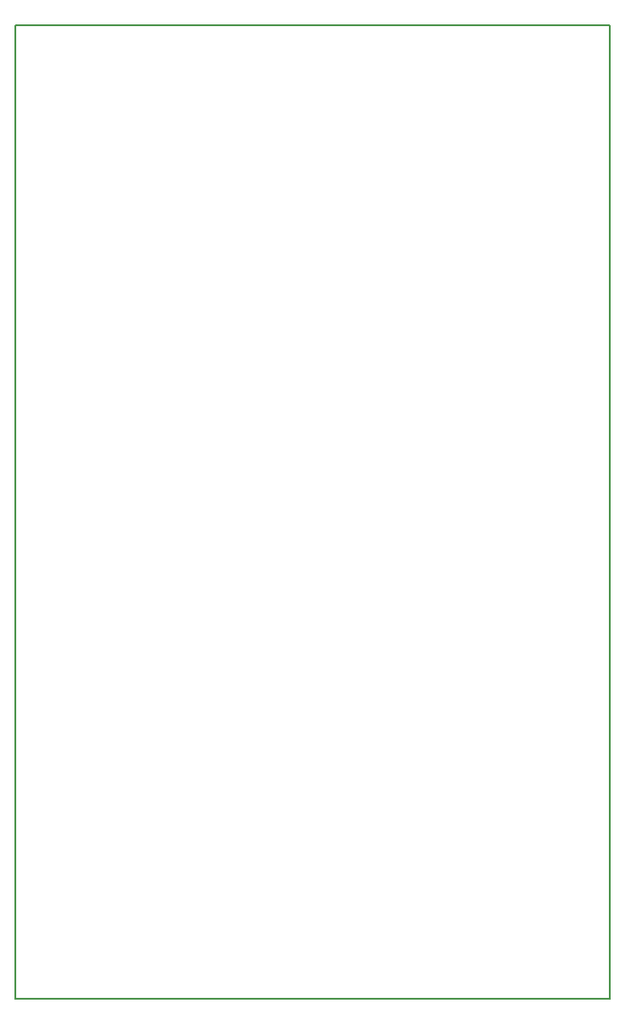
<source format=gbr>
G04 #@! TF.FileFunction,Profile,NP*
%FSLAX46Y46*%
G04 Gerber Fmt 4.6, Leading zero omitted, Abs format (unit mm)*
G04 Created by KiCad (PCBNEW 4.0.7) date 10/02/17 15:55:06*
%MOMM*%
%LPD*%
G01*
G04 APERTURE LIST*
%ADD10C,0.100000*%
%ADD11C,0.150000*%
G04 APERTURE END LIST*
D10*
D11*
X-114300000Y-40640000D02*
X-114300000Y50800000D01*
X-58420000Y-40640000D02*
X-114300000Y-40640000D01*
X-58420000Y50800000D02*
X-58420000Y-40640000D01*
X-114300000Y50800000D02*
X-58420000Y50800000D01*
M02*

</source>
